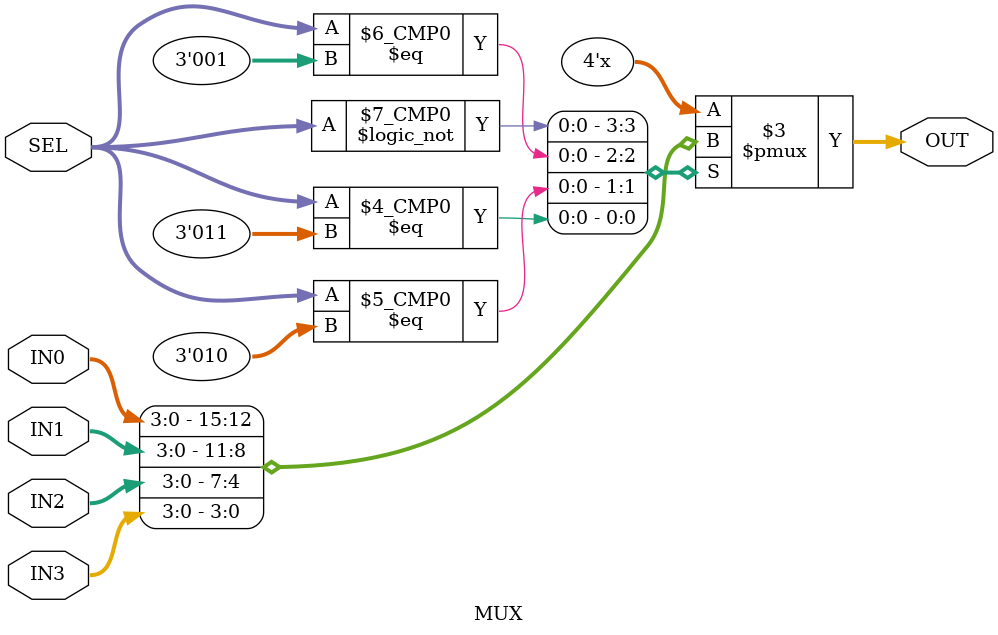
<source format=v>
`timescale 1ns / 1ps
module MUX(
    input [3:0] IN0,
    input [3:0] IN1,
    input [3:0] IN2,
    input [3:0] IN3,
    output reg [3:0] OUT,
    input [2:0] SEL
    );
    
    always@*
    case(SEL)
        2'b00:  OUT = IN0;
        2'b01:  OUT = IN1;
        2'b10:  OUT = IN2;
        2'b11:  OUT = IN3;
    endcase
endmodule



</source>
